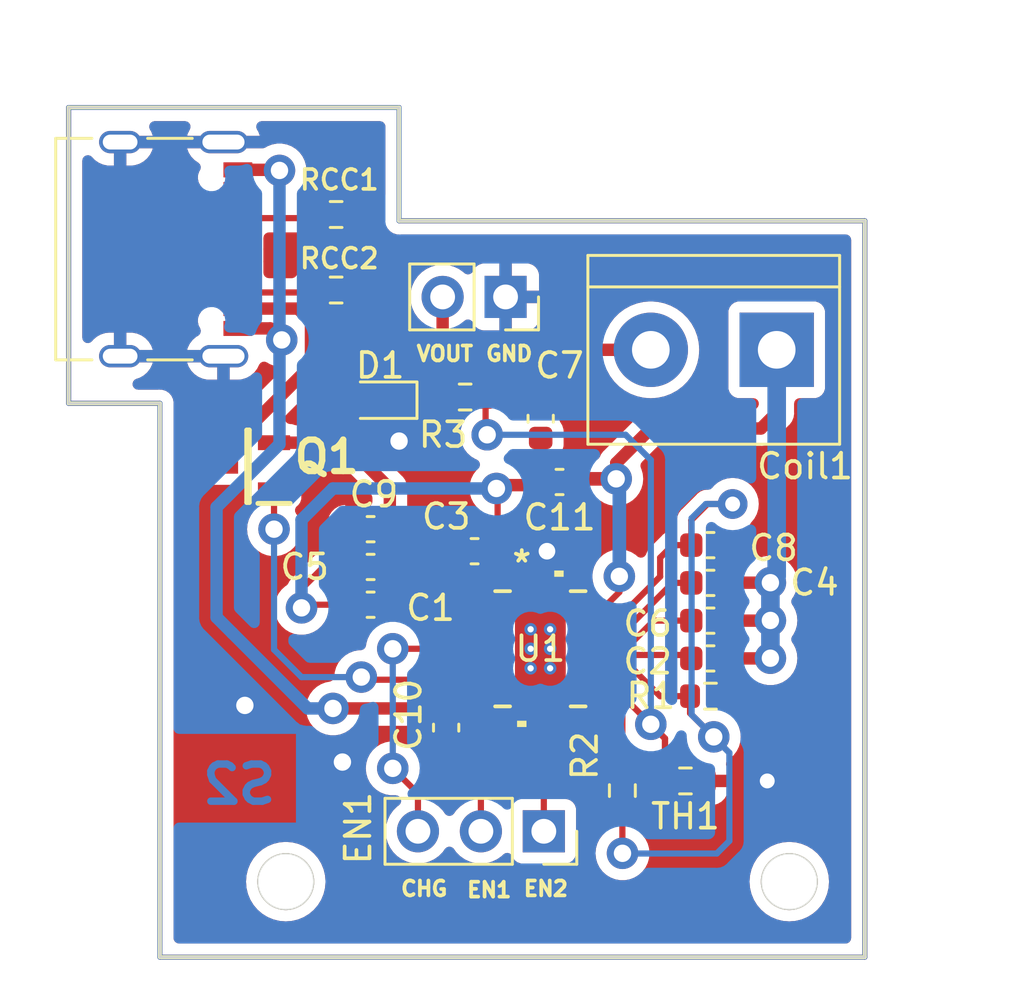
<source format=kicad_pcb>
(kicad_pcb (version 20221018) (generator pcbnew)
  (layers (0 "F.Cu" signal) (31 "B.Cu" signal) (34 "B.Paste" user) (35 "F.Paste" user) (36 "B.SilkS" user "B.Silkscreen") (37 "F.SilkS" user "F.Silkscreen") (38 "B.Mask" user) (39 "F.Mask" user) (44 "Edge.Cuts" user))
  (net 0 "")
  (net 1 "Net-(U1-COM1)")
  (net 2 "AC1")
  (net 3 "Net-(U1-COM2)")
  (net 4 "AC2")
  (net 5 "Net-(U1-BOOT1)")
  (net 6 "Net-(U1-BOOT2)")
  (net 7 "Net-(U1-CLMP1)")
  (net 8 "Net-(U1-CLMP2)")
  (net 9 "Net-(Coil1-Pin_2)")
  (net 10 "FOD")
  (net 11 "GND")
  (net 12 "OUT")
  (net 13 "Net-(Q1-D)")
  (net 14 "Net-(D1-K)")
  (net 15 "Net-(EN1-Pin_1)")
  (net 16 "Net-(EN1-Pin_2)")
  (net 17 "Net-(EN1-Pin_3)")
  (net 18 "Net-(J3-CC1)")
  (net 22 "Net-(J3-CC2)")
  (net 26 "Net-(Q1-G)")
  (net 27 "Net-(U1-ILIM)")
  (net 28 "Net-(U1-TS-CTRL)")
  (net 30 "Net-(U1-AD)")
  (footprint "Capacitor_SMD:C_0603_1608Metric" (layer "F.Cu") (at 157.602099 105.918 180)
    (fp_text reference "C5" (at 2.662099 0) (layer "F.SilkS"))
    (fp_text value "C")
    (fp_line (start -0.14058 -0.51) (end 0.14058 -0.51) (stroke (width 0.12)) (layer "F.SilkS"))
    (fp_line (start -0.14058 0.51) (end 0.14058 0.51) (stroke (width 0.12)) (layer "F.SilkS"))
    (pad "1" smd roundrect (at -0.775 0 180) (size 0.9 0.95) (layers "F.Cu" "F.Paste" "F.Mask") (net 7 "Net-(U1-CLMP1)"))
    (pad "2" smd roundrect (at 0.775 0 180) (size 0.9 0.95) (layers "F.Cu" "F.Paste" "F.Mask") (net 2 "AC1"))
  )
  (footprint "Resistor_SMD:R_0603_1608Metric" (layer "F.Cu") (at 161.417 99.06)
    (fp_text reference "R3" (at -0.889 1.524) (layer "F.SilkS"))
    (fp_text value "R")
    (fp_line (start -0.237258 -0.5225) (end 0.237258 -0.5225) (stroke (width 0.12)) (layer "F.SilkS"))
    (fp_line (start -0.237258 0.5225) (end 0.237258 0.5225) (stroke (width 0.12)) (layer "F.SilkS"))
    (pad "1" smd roundrect (at -0.825 0) (size 0.8 0.95) (layers "F.Cu" "F.Paste" "F.Mask") (net 14 "Net-(D1-K)"))
    (pad "2" smd roundrect (at 0.825 0) (size 0.8 0.95) (layers "F.Cu" "F.Paste" "F.Mask") (net 28 "Net-(U1-TS-CTRL)"))
  )
  (footprint "TESIS:SOT95P237X112-3N" (layer "F.Cu") (at 152.654 101.854 180)
    (fp_text reference "Q1" (at -3.175 0.381 180) (layer "F.SilkS") (effects (font (size 1.27 1.27) (thickness 0.254))))
    (fp_text value "SQ2361CES-T1_GE3" hide)
    (fp_line (start -1.7 -1.5) (end -0.4 -1.5) (stroke (width 0.2)) (layer "F.SilkS"))
    (fp_line (start -0.05 -1.46) (end 0.05 -1.46) (stroke (width 0.2)) (layer "F.SilkS"))
    (fp_line (start -0.05 1.46) (end -0.05 -1.46) (stroke (width 0.2)) (layer "F.SilkS"))
    (fp_line (start 0.05 -1.46) (end 0.05 1.46) (stroke (width 0.2)) (layer "F.SilkS"))
    (fp_line (start 0.05 1.46) (end -0.05 1.46) (stroke (width 0.2)) (layer "F.SilkS"))
    (pad "1" smd rect (at -1.05 -0.95 270) (size 0.6 1.3) (layers "F.Cu" "F.Paste" "F.Mask") (net 26 "Net-(Q1-G)"))
    (pad "2" smd rect (at -1.05 0.95 270) (size 0.6 1.3) (layers "F.Cu" "F.Paste" "F.Mask") (net 12 "OUT"))
    (pad "3" smd rect (at 1.05 0 270) (size 0.6 1.3) (layers "F.Cu" "F.Paste" "F.Mask") (net 13 "Net-(Q1-D)"))
  )
  (footprint "Resistor_SMD:R_0603_1608Metric" (layer "F.Cu") (at 156.21 94.742 180)
    (fp_text reference "RCC2" (at -0.127 1.27) (layer "F.SilkS") (effects (font (size 0.8 0.8))))
    (fp_text value "5.1k")
    (fp_line (start -0.237258 -0.5225) (end 0.237258 -0.5225) (stroke (width 0.12)) (layer "F.SilkS"))
    (fp_line (start -0.237258 0.5225) (end 0.237258 0.5225) (stroke (width 0.12)) (layer "F.SilkS"))
    (pad "1" smd roundrect (at -0.825 0 180) (size 0.8 0.95) (layers "F.Cu" "F.Paste" "F.Mask") (net 11 "GND"))
    (pad "2" smd roundrect (at 0.825 0 180) (size 0.8 0.95) (layers "F.Cu" "F.Paste" "F.Mask") (net 22 "Net-(J3-CC2)"))
  )
  (footprint "Capacitor_SMD:C_0603_1608Metric" (layer "F.Cu") (at 171.318099 108.085)
    (fp_text reference "C6" (at -2.535099 0.119) (layer "F.SilkS"))
    (fp_text value "C")
    (fp_line (start -0.14058 -0.51) (end 0.14058 -0.51) (stroke (width 0.12)) (layer "F.SilkS"))
    (fp_line (start -0.14058 0.51) (end 0.14058 0.51) (stroke (width 0.12)) (layer "F.SilkS"))
    (pad "1" smd roundrect (at -0.775 0) (size 0.9 0.95) (layers "F.Cu" "F.Paste" "F.Mask") (net 8 "Net-(U1-CLMP2)"))
    (pad "2" smd roundrect (at 0.775 0) (size 0.9 0.95) (layers "F.Cu" "F.Paste" "F.Mask") (net 4 "AC2"))
  )
  (footprint "Resistor_SMD:R_0603_1608Metric" (layer "F.Cu") (at 171.318099 111.133)
    (fp_text reference "R1" (at -2.408099 -0.008) (layer "F.SilkS"))
    (fp_text value "R")
    (fp_line (start -0.237258 -0.5225) (end 0.237258 -0.5225) (stroke (width 0.12)) (layer "F.SilkS"))
    (fp_line (start -0.237258 0.5225) (end 0.237258 0.5225) (stroke (width 0.12)) (layer "F.SilkS"))
    (pad "1" smd roundrect (at -0.825 0) (size 0.8 0.95) (layers "F.Cu" "F.Paste" "F.Mask") (net 10 "FOD"))
    (pad "2" smd roundrect (at 0.825 0) (size 0.8 0.95) (layers "F.Cu" "F.Paste" "F.Mask") (net 11 "GND"))
  )
  (footprint "Connector_PinSocket_2.54mm:PinSocket_1x02_P2.54mm_Vertical" (layer "F.Cu") (at 163.048 95.021 -90)
    (fp_text reference "Out" hide)
    (fp_text value "Conn_01x02_Socket")
    (fp_line (start -1.33 1.27) (end -1.33 3.87) (stroke (width 0.12)) (layer "F.SilkS"))
    (fp_line (start -1.33 1.27) (end 1.33 1.27) (stroke (width 0.12)) (layer "F.SilkS"))
    (fp_line (start -1.33 3.87) (end 1.33 3.87) (stroke (width 0.12)) (layer "F.SilkS"))
    (fp_line (start 0 -1.33) (end 1.33 -1.33) (stroke (width 0.12)) (layer "F.SilkS"))
    (fp_line (start 1.33 -1.33) (end 1.33 0) (stroke (width 0.12)) (layer "F.SilkS"))
    (fp_line (start 1.33 1.27) (end 1.33 3.87) (stroke (width 0.12)) (layer "F.SilkS"))
    (pad "1" thru_hole rect (at 0 0 270) (size 1.7 1.7) (drill 1) (layers "*.Cu" "*.Mask") (net 11 "GND"))
    (pad "2" thru_hole oval (at 0 2.54 270) (size 1.7 1.7) (drill 1) (layers "*.Cu" "*.Mask") (net 12 "OUT"))
  )
  (footprint "Resistor_SMD:R_0603_1608Metric" (layer "F.Cu") (at 170.307 114.554 180)
    (fp_text reference "TH1" (at 0 -1.43) (layer "F.SilkS"))
    (fp_text value "Thermistor_NTC")
    (fp_line (start -0.237258 -0.5225) (end 0.237258 -0.5225) (stroke (width 0.12)) (layer "F.SilkS"))
    (fp_line (start -0.237258 0.5225) (end 0.237258 0.5225) (stroke (width 0.12)) (layer "F.SilkS"))
    (pad "1" smd roundrect (at -0.825 0 180) (size 0.8 0.95) (layers "F.Cu" "F.Paste" "F.Mask") (net 11 "GND"))
    (pad "2" smd roundrect (at 0.825 0 180) (size 0.8 0.95) (layers "F.Cu" "F.Paste" "F.Mask") (net 28 "Net-(U1-TS-CTRL)"))
  )
  (footprint "LED_SMD:LED_0603_1608Metric" (layer "F.Cu") (at 157.988 99.187 180)
    (fp_text reference "D1" (at 0 1.397) (layer "F.SilkS"))
    (fp_text value "LED")
    (fp_line (start -1.485 -0.735) (end -1.485 0.735) (stroke (width 0.12)) (layer "F.SilkS"))
    (fp_line (start -1.485 0.735) (end 0.8 0.735) (stroke (width 0.12)) (layer "F.SilkS"))
    (fp_line (start 0.8 -0.735) (end -1.485 -0.735) (stroke (width 0.12)) (layer "F.SilkS"))
    (pad "1" smd roundrect (at -0.7875 0 180) (size 0.875 0.95) (layers "F.Cu" "F.Paste" "F.Mask") (net 14 "Net-(D1-K)"))
    (pad "2" smd roundrect (at 0.7875 0 180) (size 0.875 0.95) (layers "F.Cu" "F.Paste" "F.Mask") (net 12 "OUT"))
  )
  (footprint "Capacitor_SMD:C_0603_1608Metric" (layer "F.Cu") (at 157.602099 107.442 180)
    (fp_text reference "C1" (at -2.417901 -0.127) (layer "F.SilkS"))
    (fp_text value "C")
    (fp_line (start -0.14058 -0.51) (end 0.14058 -0.51) (stroke (width 0.12)) (layer "F.SilkS"))
    (fp_line (start -0.14058 0.51) (end 0.14058 0.51) (stroke (width 0.12)) (layer "F.SilkS"))
    (pad "1" smd roundrect (at -0.775 0 180) (size 0.9 0.95) (layers "F.Cu" "F.Paste" "F.Mask") (net 1 "Net-(U1-COM1)"))
    (pad "2" smd roundrect (at 0.775 0 180) (size 0.9 0.95) (layers "F.Cu" "F.Paste" "F.Mask") (net 2 "AC1"))
  )
  (footprint "Resistor_SMD:R_0603_1608Metric" (layer "F.Cu") (at 167.762099 114.943 90)
    (fp_text reference "R2" (at 1.405 -1.519099 90) (layer "F.SilkS"))
    (fp_text value "R")
    (fp_line (start -0.237258 -0.5225) (end 0.237258 -0.5225) (stroke (width 0.12)) (layer "F.SilkS"))
    (fp_line (start -0.237258 0.5225) (end 0.237258 0.5225) (stroke (width 0.12)) (layer "F.SilkS"))
    (pad "1" smd roundrect (at -0.825 0 90) (size 0.8 0.95) (layers "F.Cu" "F.Paste" "F.Mask") (net 10 "FOD"))
    (pad "2" smd roundrect (at 0.825 0 90) (size 0.8 0.95) (layers "F.Cu" "F.Paste" "F.Mask") (net 27 "Net-(U1-ILIM)"))
  )
  (footprint "Capacitor_SMD:C_0603_1608Metric" (layer "F.Cu") (at 171.318099 106.561)
    (fp_text reference "C4" (at 4.195901 -0.008) (layer "F.SilkS"))
    (fp_text value "C")
    (fp_line (start -0.14058 -0.51) (end 0.14058 -0.51) (stroke (width 0.12)) (layer "F.SilkS"))
    (fp_line (start -0.14058 0.51) (end 0.14058 0.51) (stroke (width 0.12)) (layer "F.SilkS"))
    (pad "1" smd roundrect (at -0.775 0) (size 0.9 0.95) (layers "F.Cu" "F.Paste" "F.Mask") (net 6 "Net-(U1-BOOT2)"))
    (pad "2" smd roundrect (at 0.775 0) (size 0.9 0.95) (layers "F.Cu" "F.Paste" "F.Mask") (net 4 "AC2"))
  )
  (footprint "Capacitor_SMD:C_0603_1608Metric" (layer "F.Cu") (at 165.227 102.489 180)
    (fp_text reference "C11" (at 0 -1.43) (layer "F.SilkS"))
    (fp_text value "C")
    (fp_line (start -0.14058 -0.51) (end 0.14058 -0.51) (stroke (width 0.12)) (layer "F.SilkS"))
    (fp_line (start -0.14058 0.51) (end 0.14058 0.51) (stroke (width 0.12)) (layer "F.SilkS"))
    (pad "1" smd roundrect (at -0.775 0 180) (size 0.9 0.95) (layers "F.Cu" "F.Paste" "F.Mask") (net 4 "AC2"))
    (pad "2" smd roundrect (at 0.775 0 180) (size 0.9 0.95) (layers "F.Cu" "F.Paste" "F.Mask") (net 2 "AC1"))
  )
  (footprint "Capacitor_SMD:C_0603_1608Metric" (layer "F.Cu") (at 171.318099 105.037)
    (fp_text reference "C8" (at 2.544901 0.119) (layer "F.SilkS"))
    (fp_text value "C")
    (fp_line (start -0.14058 -0.51) (end 0.14058 -0.51) (stroke (width 0.12)) (layer "F.SilkS"))
    (fp_line (start -0.14058 0.51) (end 0.14058 0.51) (stroke (width 0.12)) (layer "F.SilkS"))
    (pad "1" smd roundrect (at -0.775 0) (size 0.9 0.95) (layers "F.Cu" "F.Paste" "F.Mask") (net 10 "FOD"))
    (pad "2" smd roundrect (at 0.775 0) (size 0.9 0.95) (layers "F.Cu" "F.Paste" "F.Mask") (net 11 "GND"))
  )
  (footprint "Connector_USB:USB_C_Receptacle_Palconn_UTC16-G" (layer "F.Cu") (at 149.733 93.091 -90)
    (fp_text reference "J3" hide)
    (fp_text value "USB_C_Receptacle_USB2.0")
    (fp_line (start -4.47 -0.67) (end -4.47 1.13) (stroke (width 0.12)) (layer "F.SilkS"))
    (fp_line (start -4.47 4.84) (end -4.47 3.38) (stroke (width 0.12)) (layer "F.SilkS"))
    (fp_line (start 4.47 -0.67) (end 4.47 1.13) (stroke (width 0.12)) (layer "F.SilkS"))
    (fp_line (start 4.47 4.84) (end -4.47 4.84) (stroke (width 0.12)) (layer "F.SilkS"))
    (fp_line (start 4.47 4.84) (end 4.47 3.38) (stroke (width 0.12)) (layer "F.SilkS"))
    (pad "" np_thru_hole circle (at -2.89 -1.45 90) (size 0.6 0.6) (drill 0.6) (layers "*.Cu" "*.Mask"))
    (pad "" np_thru_hole circle (at 2.89 -1.45 90) (size 0.6 0.6) (drill 0.6) (layers "*.Cu" "*.Mask"))
    (pad "A1" smd rect (at -3.2 -2.51 270) (size 0.6 1.16) (layers "F.Cu" "F.Paste" "F.Mask") (net 30 "Net-(U1-AD)"))
    (pad "A4" smd rect (at -2.4 -2.51 270) (size 0.6 1.16) (layers "F.Cu" "F.Paste" "F.Mask") (net 13 "Net-(Q1-D)"))
    (pad "A5" smd rect (at -1.25 -2.51 90) (size 0.3 1.16) (layers "F.Cu" "F.Paste" "F.Mask") (net 18 "Net-(J3-CC1)"))
    (pad "A6" smd rect (at -0.25 -2.51 90) (size 0.3 1.16) (layers "F.Cu" "F.Paste" "F.Mask"))
    (pad "A7" smd rect (at 0.25 -2.51 90) (size 0.3 1.16) (layers "F.Cu" "F.Paste" "F.Mask"))
    (pad "A8" smd rect (at 1.25 -2.51 90) (size 0.3 1.16) (layers "F.Cu" "F.Paste" "F.Mask"))
    (pad "A9" smd rect (at 2.4 -2.51 270) (size 0.6 1.16) (layers "F.Cu" "F.Paste" "F.Mask") (net 13 "Net-(Q1-D)"))
    (pad "A12" smd rect (at 3.2 -2.51 270) (size 0.6 1.16) (layers "F.Cu" "F.Paste" "F.Mask") (net 30 "Net-(U1-AD)"))
    (pad "B1" smd rect (at 3.2 -2.51 270) (size 0.6 1.16) (layers "F.Cu" "F.Paste" "F.Mask") (net 30 "Net-(U1-AD)"))
    (pad "B4" smd rect (at 2.4 -2.51 270) (size 0.6 1.16) (layers "F.Cu" "F.Paste" "F.Mask") (net 13 "Net-(Q1-D)"))
    (pad "B5" smd rect (at 1.75 -2.51 90) (size 0.3 1.16) (layers "F.Cu" "F.Paste" "F.Mask") (net 22 "Net-(J3-CC2)"))
    (pad "B6" smd rect (at 0.75 -2.51 90) (size 0.3 1.16) (layers "F.Cu" "F.Paste" "F.Mask"))
    (pad "B7" smd rect (at -0.75 -2.51 90) (size 0.3 1.16) (layers "F.Cu" "F.Paste" "F.Mask"))
    (pad "B8" smd rect (at -1.75 -2.51 90) (size 0.3 1.16) (layers "F.Cu" "F.Paste" "F.Mask"))
    (pad "B9" smd rect (at -2.4 -2.51 270) (size 0.6 1.16) (layers "F.Cu" "F.Paste" "F.Mask") (net 13 "Net-(Q1-D)"))
    (pad "B12" smd rect (at -3.2 -2.51 270) (size 0.6 1.16) (layers "F.Cu" "F.Paste" "F.Mask") (net 30 "Net-(U1-AD)"))
    (pad "S1" thru_hole oval (at -4.32 -1.93) (size 2 0.9) (drill oval 1.7 0.6) (layers "*.Cu" "*.Mask") (net 11 "GND"))
    (pad "S1" thru_hole oval (at -4.32 2.24) (size 1.7 0.9) (drill oval 1.4 0.6) (layers "*.Cu" "*.Mask") (net 11 "GND"))
    (pad "S1" thru_hole oval (at 4.32 -1.93) (size 2 0.9) (drill oval 1.7 0.6) (layers "*.Cu" "*.Mask") (net 11 "GND"))
    (pad "S1" thru_hole oval (at 4.32 2.24) (size 1.7 0.9) (drill oval 1.4 0.6) (layers "*.Cu" "*.Mask") (net 11 "GND"))
  )
  (footprint "Capacitor_SMD:C_0603_1608Metric" (layer "F.Cu") (at 171.318099 109.609)
    (fp_text reference "C2" (at -2.535099 0.119) (layer "F.SilkS"))
    (fp_text value "C")
    (fp_line (start -0.14058 -0.51) (end 0.14058 -0.51) (stroke (width 0.12)) (layer "F.SilkS"))
    (fp_line (start -0.14058 0.51) (end 0.14058 0.51) (stroke (width 0.12)) (layer "F.SilkS"))
    (pad "1" smd roundrect (at -0.775 0) (size 0.9 0.95) (layers "F.Cu" "F.Paste" "F.Mask") (net 3 "Net-(U1-COM2)"))
    (pad "2" smd roundrect (at 0.775 0) (size 0.9 0.95) (layers "F.Cu" "F.Paste" "F.Mask") (net 4 "AC2"))
  )
  (footprint "Capacitor_SMD:C_0603_1608Metric" (layer "F.Cu") (at 160.650099 112.403 90)
    (fp_text reference "C10" (at 0.516 -1.519099 90) (layer "F.SilkS"))
    (fp_text value "C")
    (fp_line (start -0.14058 -0.51) (end 0.14058 -0.51) (stroke (width 0.12)) (layer "F.SilkS"))
    (fp_line (start -0.14058 0.51) (end 0.14058 0.51) (stroke (width 0.12)) (layer "F.SilkS"))
    (pad "1" smd roundrect (at -0.775 0 90) (size 0.9 0.95) (layers "F.Cu" "F.Paste" "F.Mask") (net 11 "GND"))
    (pad "2" smd roundrect (at 0.775 0 90) (size 0.9 0.95) (layers "F.Cu" "F.Paste" "F.Mask") (net 30 "Net-(U1-AD)"))
  )
  (footprint "MountingHole:MountingHole_2.2mm_M2" (layer "F.Cu") (at 174.498 118.618)
    (fp_text reference "REF**" hide)
    (fp_text value "MountingHole_2.2mm_M2")
    (pad "" np_thru_hole circle (at 0 0) (size 2.2 2.2) (drill 2.2) (layers "*.Cu" "*.Mask"))
  )
  (footprint "TESIS:BQ5101eBRHLR" (layer "F.Cu") (at 164.4523 109.22)
    (fp_text reference "U1" (at 0 0 unlocked) (layer "F.SilkS"))
    (fp_text value "BQ51013BRHLR")
    (fp_text user "*" (at -0.75 -3.437401) (layer "F.SilkS"))
    (fp_poly (pts (xy 0.375 -1.524999) (xy 0.375 -2.649999) (xy 0.16 -2.649999) (xy 0.16 -1.924999) (xy -0.16 -1.924999) (xy -0.16 -2.649999) (xy -0.375 -2.649999) (xy -0.375 -1.524999)) (fill solid) (layer "F.Cu"))
    (fp_poly (pts (xy 0.375 1.524999) (xy 0.375 2.649999) (xy 0.16 2.649999) (xy 0.16 1.924999) (xy -0.16 1.924999) (xy -0.16 2.649999) (xy -0.375 2.649999) (xy -0.375 1.524999)) (fill solid) (layer "F.Cu"))
    (fp_line (start -1.825 2.325001) (end -1.222741 2.325001) (stroke (width 0.1524)) (layer "F.SilkS"))
    (fp_line (start -1.222741 -2.325001) (end -1.825 -2.325001) (stroke (width 0.1524)) (layer "F.SilkS"))
    (fp_line (start 1.222741 2.325001) (end 1.825 2.325001) (stroke (width 0.1524)) (layer "F.SilkS"))
    (fp_line (start 1.825 -2.325001) (end 1.222741 -2.325001) (stroke (width 0.1524)) (layer "F.SilkS"))
    (fp_poly (pts (xy -0.940501 2.904) (xy -0.940501 3.158) (xy -0.559501 3.158) (xy -0.559501 2.904)) (fill solid) (layer "F.SilkS"))
    (fp_poly (pts (xy 0.559501 -2.904) (xy 0.559501 -3.158) (xy 0.940501 -3.158) (xy 0.940501 -2.904)) (fill solid) (layer "F.SilkS"))
    (pad "1" smd rect (at -0.750001 -2.224999) (size 0.28 0.85) (layers "F.Cu" "F.Mask") (net 11 "GND"))
    (pad "2" smd rect (at -1.725 -1.749999 90) (size 0.28 0.85) (layers "F.Cu" "F.Mask") (net 2 "AC1"))
    (pad "3" smd rect (at -1.725 -1.25 90) (size 0.28 0.85) (layers "F.Cu" "F.Mask") (net 5 "Net-(U1-BOOT1)"))
    (pad "4" smd rect (at -1.725 -0.750001 90) (size 0.28 0.85) (layers "F.Cu" "F.Mask") (net 12 "OUT"))
    (pad "5" smd rect (at -1.725 -0.25 90) (size 0.28 0.85) (layers "F.Cu" "F.Mask") (net 7 "Net-(U1-CLMP1)"))
    (pad "6" smd rect (at -1.725 0.25 90) (size 0.28 0.85) (layers "F.Cu" "F.Mask") (net 1 "Net-(U1-COM1)"))
    (pad "7" smd rect (at -1.725 0.750001 90) (size 0.28 0.85) (layers "F.Cu" "F.Mask") (net 17 "Net-(EN1-Pin_3)"))
    (pad "8" smd rect (at -1.725 1.25 90) (size 0.28 0.85) (layers "F.Cu" "F.Mask") (net 26 "Net-(Q1-G)"))
    (pad "9" smd rect (at -1.725 1.749999 90) (size 0.28 0.85) (layers "F.Cu" "F.Mask") (net 30 "Net-(U1-AD)"))
    (pad "10" smd rect (at -0.750001 2.224999) (size 0.28 0.85) (layers "F.Cu" "F.Mask") (net 16 "Net-(EN1-Pin_2)"))
    (pad "11" smd rect (at 0.750001 2.224999) (size 0.28 0.85) (layers "F.Cu" "F.Mask") (net 15 "Net-(EN1-Pin_1)"))
    (pad "12" smd rect (at 1.725 1.749999 90) (size 0.28 0.85) (layers "F.Cu" "F.Mask") (net 27 "Net-(U1-ILIM)"))
    (pad "13" smd rect (at 1.725 1.25 90) (size 0.28 0.85) (layers "F.Cu" "F.Mask") (net 28 "Net-(U1-TS-CTRL)"))
    (pad "14" smd rect (at 1.725 0.750001 90) (size 0.28 0.85) (layers "F.Cu" "F.Mask") (net 10 "FOD"))
    (pad "15" smd rect (at 1.725 0.25 90) (size 0.28 0.85) (layers "F.Cu" "F.Mask") (net 3 "Net-(U1-COM2)"))
    (pad "16" smd rect (at 1.725 -0.25 90) (size 0.28 0.85) (layers "F.Cu" "F.Mask") (net 8 "Net-(U1-CLMP2)"))
    (pad "17" smd rect (at 1.725 -0.750001 90) (size 0.28 0.85) (layers "F.Cu" "F.Mask") (net 6 "Net-(U1-BOOT2)"))
    (pad "18" smd rect (at 1.725 -1.25 90) (size 0.28 0.85) (layers "F.Cu" "F.Mask") (net 10 "FOD"))
    (pad "19" smd rect (at 1.725 -1.749999 90) (size 0.28 0.85) (layers "F.Cu" "F.Mask") (net 4 "AC2"))
    (pad "20" smd rect (at 0.750001 -2.224999) (size 0.28 0.85) (layers "F.Cu" "F.Mask") (net 11 "GND"))
    (pad "21" smd rect (at 0 0) (size 2.05 3.049999) (layers "F.Cu"))
    (pad "V" thru_hole circle (at -0.3937 -0.7874) (size 0.508 0.508) (drill 0.254) (layers "*.Cu" "*.Mask"))
    (pad "V" thru_hole circle (at -0.3937 0) (size 0.508 0.508) (drill 0.254) (layers "*.Cu" "*.Mask"))
    (pad "V" thru_hole circle (at -0.3937 0.7874) (size 0.508 0.508) (drill 0.254) (layers "*.Cu" "*.Mask"))
    (pad "V" thru_hole circle (at 0.3937 -0.7874) (size 0.508 0.508) (drill 0.254) (layers "*.Cu" "*.Mask"))
    (pad "V" thru_hole circle (at 0.3937 0) (size 0.508 0.508) (drill 0.254) (layers "*.Cu" "*.Mask"))
    (pad "V" thru_hole circle (at 0.3937 0.7874) (size 0.508 0.508) (drill 0.254) (layers "*.Cu" "*.Mask"))
  )
  (footprint "Connector_PinSocket_2.54mm:PinSocket_1x03_P2.54mm_Vertical" (layer "F.Cu") (at 164.592 116.586 -90)
    (fp_text reference "EN1" (at -0.127 7.493 90) (layer "F.SilkS"))
    (fp_text value "Conn_01x03")
    (fp_line (start -1.33 1.27) (end -1.33 6.41) (stroke (width 0.12)) (layer "F.SilkS"))
    (fp_line (start -1.33 1.27) (end 1.33 1.27) (stroke (width 0.12)) (layer "F.SilkS"))
    (fp_line (start -1.33 6.41) (end 1.33 6.41) (stroke (width 0.12)) (layer "F.SilkS"))
    (fp_line (start 0 -1.33) (end 1.33 -1.33) (stroke (width 0.12)) (layer "F.SilkS"))
    (fp_line (start 1.33 -1.33) (end 1.33 0) (stroke (width 0.12)) (layer "F.SilkS"))
    (fp_line (start 1.33 1.27) (end 1.33 6.41) (stroke (width 0.12)) (layer "F.SilkS"))
    (pad "1" thru_hole rect (at 0 0 270) (size 1.7 1.7) (drill 1) (layers "*.Cu" "*.Mask") (net 15 "Net-(EN1-Pin_1)"))
    (pad "2" thru_hole oval (at 0 2.54 270) (size 1.7 1.7) (drill 1) (layers "*.Cu" "*.Mask") (net 16 "Net-(EN1-Pin_2)"))
    (pad "3" thru_hole oval (at 0 5.08 270) (size 1.7 1.7) (drill 1) (layers "*.Cu" "*.Mask") (net 17 "Net-(EN1-Pin_3)"))
  )
  (footprint "Capacitor_SMD:C_0603_1608Metric" (layer "F.Cu") (at 164.465 99.936 -90)
    (fp_text reference "C7" (at -2.146 -0.762) (layer "F.SilkS"))
    (fp_text value "C")
    (fp_line (start -0.14058 -0.51) (end 0.14058 -0.51) (stroke (width 0.12)) (layer "F.SilkS"))
    (fp_line (start -0.14058 0.51) (end 0.14058 0.51) (stroke (width 0.12)) (layer "F.SilkS"))
    (pad "1" smd roundrect (at -0.775 0 270) (size 0.9 0.95) (layers "F.Cu" "F.Paste" "F.Mask") (net 9 "Net-(Coil1-Pin_2)"))
    (pad "2" smd roundrect (at 0.775 0 270) (size 0.9 0.95) (layers "F.Cu" "F.Paste" "F.Mask") (net 2 "AC1"))
  )
  (footprint "Capacitor_SMD:C_0603_1608Metric" (layer "F.Cu") (at 161.798 105.283)
    (fp_text reference "C3" (at -1.143 -1.397) (layer "F.SilkS"))
    (fp_text value "C")
    (fp_line (start -0.14058 -0.51) (end 0.14058 -0.51) (stroke (width 0.12)) (layer "F.SilkS"))
    (fp_line (start -0.14058 0.51) (end 0.14058 0.51) (stroke (width 0.12)) (layer "F.SilkS"))
    (pad "1" smd roundrect (at -0.775 0) (size 0.9 0.95) (layers "F.Cu" "F.Paste" "F.Mask") (net 5 "Net-(U1-BOOT1)"))
    (pad "2" smd roundrect (at 0.775 0) (size 0.9 0.95) (layers "F.Cu" "F.Paste" "F.Mask") (net 2 "AC1"))
  )
  (footprint "Resistor_SMD:R_0603_1608Metric" (layer "F.Cu") (at 156.21 91.694 180)
    (fp_text reference "RCC1" (at -0.127 1.397) (layer "F.SilkS") (effects (font (size 0.8 0.8))))
    (fp_text value "5.1k")
    (fp_line (start -0.237258 -0.5225) (end 0.237258 -0.5225) (stroke (width 0.12)) (layer "F.SilkS"))
    (fp_line (start -0.237258 0.5225) (end 0.237258 0.5225) (stroke (width 0.12)) (layer "F.SilkS"))
    (pad "1" smd roundrect (at -0.825 0 180) (size 0.8 0.95) (layers "F.Cu" "F.Paste" "F.Mask") (net 11 "GND"))
    (pad "2" smd roundrect (at 0.825 0 180) (size 0.8 0.95) (layers "F.Cu" "F.Paste" "F.Mask") (net 18 "Net-(J3-CC1)"))
  )
  (footprint "TerminalBlock:TerminalBlock_bornier-2_P5.08mm" (layer "F.Cu") (at 173.99 97.155 180)
    (fp_text reference "Coil1" (at -1.143 -4.699) (layer "F.SilkS"))
    (fp_text value "~")
    (fp_line (start -2.54 -3.81) (end -2.54 3.81) (stroke (width 0.12)) (layer "F.SilkS"))
    (fp_line (start -2.54 3.81) (end 7.62 3.81) (stroke (width 0.12)) (layer "F.SilkS"))
    (fp_line (start 7.62 -3.81) (end -2.54 -3.81) (stroke (width 0.12)) (layer "F.SilkS"))
    (fp_line (start 7.62 2.54) (end -2.54 2.54) (stroke (width 0.12)) (layer "F.SilkS"))
    (fp_line (start 7.62 3.81) (end 7.62 -3.81) (stroke (width 0.12)) (layer "F.SilkS"))
    (pad "1" thru_hole rect (at 0 0 180) (size 3 3) (drill 1.52) (layers "*.Cu" "*.Mask") (net 4 "AC2"))
    (pad "2" thru_hole circle (at 5.08 0 180) (size 3 3) (drill 1.52) (layers "*.Cu" "*.Mask") (net 9 "Net-(Coil1-Pin_2)"))
  )
  (footprint "MountingHole:MountingHole_2.2mm_M2" (layer "F.Cu") (at 154.178 118.618)
    (fp_text reference "REF**" hide)
    (fp_text value "MountingHole_2.2mm_M2")
    (pad "" np_thru_hole circle (at 0 0) (size 2.2 2.2) (drill 2.2) (layers "F&B.Cu" "*.Mask"))
  )
  (footprint "Capacitor_SMD:C_0603_1608Metric" (layer "F.Cu") (at 157.602099 104.394 180)
    (fp_text reference "C9" (at -0.131901 1.405) (layer "F.SilkS"))
    (fp_text value "C")
    (fp_line (start -0.14058 -0.51) (end 0.14058 -0.51) (stroke (width 0.12)) (layer "F.SilkS"))
    (fp_line (start -0.14058 0.51) (end 0.14058 0.51) (stroke (width 0.12)) (layer "F.SilkS"))
    (pad "1" smd roundrect (at -0.775 0 180) (size 0.9 0.95) (layers "F.Cu" "F.Paste" "F.Mask") (net 12 "OUT"))
    (pad "2" smd roundrect (at 0.775 0 180) (size 0.9 0.95) (layers "F.Cu" "F.Paste" "F.Mask") (net 11 "GND"))
  )
  (gr_line (start 158.75 91.948) (end 158.75 87.376) (stroke (width 0.2)) (layer "F.Cu"))
  (gr_circle (center 174.498 118.618) (end 175.598 118.618) (stroke (width 0.1)) (fill none) (layer "F.Cu"))
  (gr_line (start 177.546 91.948) (end 158.75 91.948) (stroke (width 0.2)) (layer "F.Cu"))
  (gr_circle (center 154.178 118.618) (end 155.278 118.618) (stroke (width 0.1)) (fill none) (layer "F.Cu"))
  (gr_line (start 145.415 99.314) (end 149.098 99.314) (stroke (width 0.2)) (layer "F.Cu"))
  (gr_line (start 149.098 121.666) (end 177.546 121.666) (stroke (width 0.2)) (layer "F.Cu"))
  (gr_line (start 158.75 87.376) (end 145.415 87.376) (stroke (width 0.2)) (layer "F.Cu"))
  (gr_line (start 177.546 121.666) (end 177.546 91.948) (stroke (width 0.2)) (layer "F.Cu"))
  (gr_line (start 145.415 87.376) (end 145.415 99.314) (stroke (width 0.2)) (layer "F.Cu"))
  (gr_line (start 149.098 99.314) (end 149.098 121.666) (stroke (width 0.2)) (layer "F.Cu"))
  (gr_line (start 158.75 87.376) (end 145.415 87.376) (stroke (width 0.2)) (layer "B.Cu"))
  (gr_line (start 177.546 91.948) (end 158.75 91.948) (stroke (width 0.2)) (layer "B.Cu"))
  (gr_line (start 145.415 99.314) (end 149.098 99.314) (stroke (width 0.2)) (layer "B.Cu"))
  (gr_circle (center 174.498 118.618) (end 175.598 118.618) (stroke (width 0.1)) (fill none) (layer "B.Cu"))
  (gr_line (start 158.75 91.948) (end 158.75 87.376) (stroke (width 0.2)) (layer "B.Cu"))
  (gr_line (start 149.098 99.314) (end 149.098 121.666) (stroke (width 0.2)) (layer "B.Cu"))
  (gr_line (start 145.415 87.376) (end 145.415 99.314) (stroke (width 0.2)) (layer "B.Cu"))
  (gr_line (start 149.098 121.666) (end 177.546 121.666) (stroke (width 0.2)) (layer "B.Cu"))
  (gr_line (start 177.546 121.666) (end 177.546 91.948) (stroke (width 0.2)) (layer "B.Cu"))
  (gr_circle (center 154.178 118.618) (end 155.278 118.618) (stroke (width 0.1)) (fill none) (layer "B.Cu"))
  (gr_circle (center 174.498 118.618) (end 175.598 118.618) (stroke (width 0.1)) (fill none) (layer "F.SilkS"))
  (gr_line (start 145.415 99.314) (end 149.098 99.314) (stroke (width 0.15)) (layer "F.SilkS"))
  (gr_line (start 158.75 87.376) (end 145.415 87.376) (stroke (width 0.15)) (layer "F.SilkS"))
  (gr_line (start 149.098 121.666) (end 177.546 121.666) (stroke (width 0.15)) (layer "F.SilkS"))
  (gr_line (start 158.75 91.948) (end 158.75 87.376) (stroke (width 0.15)) (layer "F.SilkS"))
  (gr_circle (center 154.178 118.618) (end 155.278 118.618) (stroke (width 0.1)) (fill none) (layer "F.SilkS"))
  (gr_line (start 145.415 87.376) (end 145.415 99.314) (stroke (width 0.15)) (layer "F.SilkS"))
  (gr_line (start 177.546 91.948) (end 158.75 91.948) (stroke (width 0.15)) (layer "F.SilkS"))
  (gr_line (start 177.546 121.666) (end 177.546 91.948) (stroke (width 0.15)) (layer "F.SilkS"))
  (gr_line (start 149.098 99.314) (end 149.098 121.666) (stroke (width 0.15)) (layer "F.SilkS"))
  (gr_line (start 145.415 99.314) (end 149.098 99.314) (stroke (width 0.1)) (layer "Edge.Cuts"))
  (gr_line (start 158.75 87.376) (end 145.415 87.376) (stroke (width 0.1)) (layer "Edge.Cuts"))
  (gr_line (start 177.546 91.948) (end 158.75 91.948) (stroke (width 0.1)) (layer "Edge.Cuts"))
  (gr_circle (center 174.498 118.618) (end 175.598 118.618) (stroke (width 0.1)) (fill none) (layer "Edge.Cuts"))
  (gr_circle (center 154.178 118.618) (end 155.278 118.618) (stroke (width 0.1)) (fill none) (layer "Edge.Cuts"))
  (gr_line (start 177.546 121.666) (end 177.546 91.948) (stroke (width 0.1)) (layer "Edge.Cuts"))
  (gr_line (start 158.75 91.948) (end 158.75 87.376) (stroke (width 0.1)) (layer "Edge.Cuts"))
  (gr_line (start 149.098 121.666) (end 177.546 121.666) (stroke (width 0.1)) (layer "Edge.Cuts"))
  (gr_line (start 145.415 87.376) (end 145.415 99.314) (stroke (width 0.1)) (layer "Edge.Cuts"))
  (gr_line (start 149.098 99.314) (end 149.098 121.666) (stroke (width 0.1)) (layer "Edge.Cuts"))
  (gr_text "S2" (at 153.924 115.57) (layer "B.Cu") (effects (font (size 1.5 1.5) (thickness 0.3) bold) (justify left bottom mirror)))
  (gr_text "EN2\n" (at 163.703 119.253) (layer "F.SilkS") (effects (font (size 0.6 0.6)) (justify left bottom)))
  (gr_text "GND" (at 162.179 97.663) (layer "F.SilkS") (effects (font (size 0.6 0.6)) (justify left bottom)))
  (gr_text "VOUT" (at 159.385 97.663) (layer "F.SilkS") (effects (font (size 0.6 0.6)) (justify left bottom)))
  (gr_text "EN1\n\n" (at 161.417 120.269) (layer "F.SilkS") (effects (font (size 0.6 0.6)) (justify left bottom)))
  (gr_text "CHG" (at 158.75 119.253) (layer "F.SilkS") (effects (font (size 0.6 0.6)) (justify left bottom)))
  (segment (start 161.270307 109.47) (end 159.242307 107.442) (width 0.25) (layer "F.Cu") (net 1))
  (segment (start 159.242307 107.442) (end 158.377099 107.442) (width 0.25) (layer "F.Cu") (net 1))
  (segment (start 162.7273 109.47) (end 161.270307 109.47) (width 0.25) (layer "F.Cu") (net 1))
  (segment (start 155.702 105.918) (end 156.827099 105.918) (width 0.25) (layer "F.Cu") (net 2))
  (segment (start 162.679 102.751) (end 162.814 102.616) (width 0.25) (layer "F.Cu") (net 2))
  (segment (start 164.452 102.489) (end 164.452 100.724) (width 0.5) (layer "F.Cu") (net 2))
  (segment (start 154.94 107.442) (end 156.827099 107.442) (width 0.25) (layer "F.Cu") (net 2))
  (segment (start 154.813 107.569) (end 154.813 106.807) (width 0.25) (layer "F.Cu") (net 2))
  (segment (start 164.452 100.724) (end 164.465 100.711) (width 0.25) (layer "F.Cu") (net 2))
  (segment (start 154.813 106.807) (end 155.702 105.918) (width 0.25) (layer "F.Cu") (net 2))
  (segment (start 162.7273 102.7993) (end 162.7273 107.470001) (width 0.25) (layer "F.Cu") (net 2))
  (segment (start 164.325 102.616) (end 164.452 102.489) (width 0.25) (layer "F.Cu") (net 2))
  (segment (start 162.687 107.429701) (end 162.7273 107.470001) (width 0.25) (layer "F.Cu") (net 2))
  (segment (start 162.814 102.616) (end 164.325 102.616) (width 0.5) (layer "F.Cu") (net 2))
  (segment (start 162.679 102.751) (end 162.7273 102.7993) (width 0.25) (layer "F.Cu") (net 2))
  (segment (start 154.813 107.569) (end 154.94 107.442) (width 0.25) (layer "F.Cu") (net 2))
  (via (at 154.813 107.569) (size 1.27) (drill 0.7) (layers "F.Cu" "B.Cu") (net 2))
  (via (at 162.679 102.751) (size 1.27) (drill 0.7) (layers "F.Cu" "B.Cu") (net 2))
  (segment (start 154.813 107.569) (end 154.813 104.016099) (width 0.5) (layer "B.Cu") (net 2))
  (segment (start 156.078099 102.751) (end 162.679 102.751) (width 0.5) (layer "B.Cu") (net 2))
  (segment (start 154.813 104.016099) (end 156.078099 102.751) (width 0.5) (layer "B.Cu") (net 2))
  (segment (start 170.543099 109.609) (end 170.404099 109.47) (width 0.25) (layer "F.Cu") (net 3))
  (segment (start 170.404099 109.47) (end 166.1773 109.47) (width 0.25) (layer "F.Cu") (net 3))
  (segment (start 173.728 108.085) (end 172.093099 108.085) (width 0.5) (layer "F.Cu") (net 4))
  (segment (start 173.736 109.601) (end 173.728 109.609) (width 0.25) (layer "F.Cu") (net 4))
  (segment (start 173.99 99.695) (end 173.99 97.155) (width 0.5) (layer "F.Cu") (net 4))
  (segment (start 173.728 109.609) (end 172.093099 109.609) (width 0.5) (layer "F.Cu") (net 4))
  (segment (start 173.736 108.077) (end 173.728 108.085) (width 0.25) (layer "F.Cu") (net 4))
  (segment (start 166.129 102.362) (end 166.002 102.489) (width 0.25) (layer "F.Cu") (net 4))
  (segment (start 168.91 100.33) (end 173.355 100.33) (width 0.5) (layer "F.Cu") (net 4))
  (segment (start 167.64 106.934) (end 167.103999 107.470001) (width 0.25) (layer "F.Cu") (net 4))
  (segment (start 172.101099 106.553) (end 172.093099 106.561) (width 0.25) (layer "F.Cu") (net 4))
  (segment (start 167.513 102.362) (end 167.513 101.727) (width 0.5) (layer "F.Cu") (net 4))
  (segment (start 167.64 106.299) (end 167.64 106.934) (width 0.25) (layer "F.Cu") (net 4))
  (segment (start 172.093099 106.561) (end 172.093099 108.085) (width 0.25) (layer "F.Cu") (net 4))
  (segment (start 173.736 106.553) (end 172.101099 106.553) (width 0.5) (layer "F.Cu") (net 4))
  (segment (start 167.513 102.362) (end 166.129 102.362) (width 0.55) (layer "F.Cu") (net 4))
  (segment (start 167.103999 107.470001) (end 166.1773 107.470001) (width 0.25) (layer "F.Cu") (net 4))
  (segment (start 172.093099 109.609) (end 172.093099 108.085) (width 0.25) (layer "F.Cu") (net 4))
  (segment (start 173.355 100.33) (end 173.99 99.695) (width 0.5) (layer "F.Cu") (net 4))
  (segment (start 167.513 101.727) (end 168.91 100.33) (width 0.5) (layer "F.Cu") (net 4))
  (via (at 167.64 106.299) (size 1.27) (drill 0.7) (layers "F.Cu" "B.Cu") (net 4))
  (via (at 173.736 108.077) (size 1.27) (drill 0.7) (layers "F.Cu" "B.Cu") (net 4))
  (via (at 167.513 102.362) (size 1.27) (drill 0.7) (layers "F.Cu" "B.Cu") (net 4))
  (via (at 173.736 106.553) (size 1.27) (drill 0.7) (layers "F.Cu" "B.Cu") (net 4))
  (via (at 173.736 109.601) (size 1.27) (drill 0.7) (layers "F.Cu" "B.Cu") (net 4))
  (segment (start 173.736 107.696) (end 173.736 108.077) (width 0.25) (layer "B.Cu") (net 4))
  (segment (start 167.513 102.362) (end 167.64 102.489) (width 0.25) (layer "B.Cu") (net 4))
  (segment (start 167.64 106.553) (end 167.64 106.299) (width 0.25) (layer "B.Cu") (net 4))
  (segment (start 167.64 102.489) (end 167.64 106.553) (width 0.55) (layer "B.Cu") (net 4))
  (segment (start 173.99 97.155) (end 173.99 106.299) (width 0.75) (layer "B.Cu") (net 4))
  (segment (start 173.736 106.553) (end 173.736 108.077) (width 0.75) (layer "B.Cu") (net 4))
  (segment (start 173.736 109.601) (end 173.736 107.696) (width 0.75) (layer "B.Cu") (net 4))
  (segment (start 173.99 106.299) (end 173.736 106.553) (width 0.5) (layer "B.Cu") (net 4))
  (segment (start 162.7273 107.97) (end 162.012299 107.97) (width 0.25) (layer "F.Cu") (net 5))
  (segment (start 161.023 105.283) (end 161.023 106.980701) (width 0.25) (layer "F.Cu") (net 5))
  (segment (start 162.012299 107.97) (end 161.023 106.980701) (width 0.25) (layer "F.Cu") (net 5))
  (segment (start 166.1773 108.469999) (end 167.8851 108.469999) (width 0.25) (layer "F.Cu") (net 6))
  (segment (start 167.8851 108.469999) (end 169.794099 106.561) (width 0.25) (layer "F.Cu") (net 6))
  (segment (start 169.794099 106.561) (end 170.543099 106.561) (width 0.25) (layer "F.Cu") (net 6))
  (segment (start 159.258 105.918) (end 159.57 106.23) (width 0.25) (layer "F.Cu") (net 7))
  (segment (start 159.57 106.23) (end 159.57 107.133297) (width 0.25) (layer "F.Cu") (net 7))
  (segment (start 159.57 107.133297) (end 161.406703 108.97) (width 0.25) (layer "F.Cu") (net 7))
  (segment (start 161.406703 108.97) (end 162.7273 108.97) (width 0.25) (layer "F.Cu") (net 7))
  (segment (start 158.377099 105.918) (end 159.258 105.918) (width 0.25) (layer "F.Cu") (net 7))
  (segment (start 168.147099 108.97) (end 166.1773 108.97) (width 0.25) (layer "F.Cu") (net 8))
  (segment (start 170.543099 108.085) (end 169.032099 108.085) (width 0.25) (layer "F.Cu") (net 8))
  (segment (start 169.032099 108.085) (end 168.147099 108.97) (width 0.25) (layer "F.Cu") (net 8))
  (segment (start 164.465 98.298) (end 165.608 97.155) (width 0.5) (layer "F.Cu") (net 9))
  (segment (start 165.608 97.155) (end 168.91 97.155) (width 0.5) (layer "F.Cu") (net 9))
  (segment (start 164.465 99.161) (end 164.465 98.298) (width 0.5) (layer "F.Cu") (net 9))
  (segment (start 168.1231 109.970001) (end 169.286099 111.133) (width 0.25) (layer "F.Cu") (net 10))
  (segment (start 170.493099 111.819099) (end 170.493099 111.133) (width 0.25) (layer "F.Cu") (net 10))
  (segment (start 170.543099 104.030901) (end 170.543099 105.037) (width 0.25) (layer "F.Cu") (net 10))
  (segment (start 167.762099 117.470099) (end 167.767 117.475) (width 0.25) (layer "F.Cu") (net 10))
  (segment (start 167.623099 107.97) (end 169.286099 106.307) (width 0.25) (layer "F.Cu") (net 10))
  (segment (start 172.212 103.378) (end 171.196 103.378) (width 0.25) (layer "F.Cu") (net 10))
  (segment (start 169.794099 105.037) (end 170.543099 105.037) (width 0.25) (layer "F.Cu") (net 10))
  (segment (start 169.286099 106.307) (end 169.286099 105.545) (width 0.25) (layer "F.Cu") (net 10))
  (segment (start 166.1773 107.97) (end 167.623099 107.97) (width 0.25) (layer "F.Cu") (net 10))
  (segment (start 166.1773 109.970001) (end 168.1231 109.970001) (width 0.25) (layer "F.Cu") (net 10))
  (segment (start 171.196 103.378) (end 170.543099 104.030901) (width 0.25) (layer "F.Cu") (net 10))
  (segment (start 171.45 112.776) (end 170.493099 111.819099) (width 0.25) (layer "F.Cu") (net 10))
  (segment (start 169.286099 105.545) (end 169.794099 105.037) (width 0.25) (layer "F.Cu") (net 10))
  (segment (start 169.286099 111.133) (end 170.493099 111.133) (width 0.25) (layer "F.Cu") (net 10))
  (segment (start 167.762099 115.768) (end 167.762099 117.470099) (width 0.25) (layer "F.Cu") (net 10))
  (via (at 172.212 103.378) (size 1.2) (drill 0.6) (layers "F.Cu" "B.Cu") (net 10))
  (via (at 167.767 117.475) (size 1.27) (drill 0.7) (layers "F.Cu" "B.Cu") (net 10))
  (via (at 171.45 112.776) (size 1.27) (drill 0.7) (layers "F.Cu" "B.Cu") (net 10))
  (segment (start 172.080099 113.419) (end 171.45 112.788901) (width 0.25) (layer "B.Cu") (net 10))
  (segment (start 171.45 112.776) (end 170.556099 111.882099) (width 0.25) (layer "B.Cu") (net 10))
  (segment (start 167.775 117.483) (end 171.572099 117.483) (width 0.25) (layer "B.Cu") (net 10))
  (segment (start 170.556099 103.954401) (end 171.1325 103.378) (width 0.25) (layer "B.Cu") (net 10))
  (segment (start 171.1325 103.378) (end 172.212 103.378) (width 0.25) (layer "B.Cu") (net 10))
  (segment (start 167.767 117.475) (end 167.775 117.483) (width 0.25) (layer "B.Cu") (net 10))
  (segment (start 171.572099 117.483) (end 172.080099 116.975) (width 0.25) (layer "B.Cu") (net 10))
  (segment (start 172.080099 116.975) (end 172.080099 113.419) (width 0.25) (layer "B.Cu") (net 10))
  (segment (start 170.556099 111.882099) (end 170.556099 103.954401) (width 0.25) (layer "B.Cu") (net 10))
  (segment (start 171.45 112.788901) (end 171.45 112.776) (width 0.25) (layer "B.Cu") (net 10))
  (segment (start 164.719 105.283) (end 165.202301 105.766301) (width 0.25) (layer "F.Cu") (net 11))
  (segment (start 164.719 105.3033) (end 163.702299 106.320001) (width 0.25) (layer "F.Cu") (net 11))
  (segment (start 163.702299 106.320001) (end 163.702299 106.995001) (width 0.25) (layer "F.Cu") (net 11))
  (segment (start 165.202301 105.766301) (end 165.202301 106.995001) (width 0.25) (layer "F.Cu") (net 11))
  (segment (start 164.719 105.283) (end 164.719 105.3033) (width 0.25) (layer "F.Cu") (net 11))
  (via (at 173.609 114.554) (size 1.2) (drill 0.6) (layers "F.Cu" "B.Cu") (net 11))
  (via (at 158.75 100.838) (size 1.27) (drill 0.7) (layers "F.Cu" "B.Cu") (net 11))
  (via (at 156.464 113.792) (size 1.27) (drill 0.7) (layers "F.Cu" "B.Cu") (net 11))
  (via (at 164.719 105.283) (size 1.27) (drill 0.67) (layers "F.Cu" "B.Cu") (net 11))
  (via (at 152.527 111.506) (size 1.27) (drill 0.7) (layers "F.Cu" "B.Cu") (net 11))
  (segment (start 158.242 97.282) (end 160.02 97.282) (width 0.5) (layer "F.Cu") (net 12))
  (segment (start 158.377099 104.394) (end 159.258 104.394) (width 0.25) (layer "F.Cu") (net 12))
  (segment (start 153.704 100.904) (end 154.112 100.904) (width 0.25) (layer "F.Cu") (net 12))
  (segment (start 157.2005 101.5745) (end 158.377099 102.751099) (width 0.5) (layer "F.Cu") (net 12))
  (segment (start 159.258 104.394) (end 160.02 105.156) (width 0.25) (layer "F.Cu") (net 12))
  (segment (start 157.2005 98.3235) (end 158.242 97.282) (width 0.5) (layer "F.Cu") (net 12))
  (segment (start 160.508 95.021) (end 160.254 94.767) (width 0.25) (layer "F.Cu") (net 12))
  (segment (start 160.02 97.282) (end 160.508 96.794) (width 0.5) (layer "F.Cu") (net 12))
  (segment (start 157.2005 99.187) (end 157.2005 101.5745) (width 0.5) (layer "F.Cu") (net 12))
  (segment (start 155.128 100.904) (end 156.845 99.187) (width 0.5) (layer "F.Cu") (net 12))
  (segment (start 161.543098 108.469999) (end 162.7273 108.469999) (width 0.25) (layer "F.Cu") (net 12))
  (segment (start 156.845 99.187) (end 157.2005 99.187) (width 0.5) (layer "F.Cu") (net 12))
  (segment (start 160.508 96.794) (end 160.508 95.021) (width 0.5) (layer "F.Cu") (net 12))
  (segment (start 160.02 105.156) (end 160.02 106.946901) (width 0.25) (layer "F.Cu") (net 12))
  (segment (start 157.2005 99.187) (end 157.2005 98.3235) (width 0.5) (layer "F.Cu") (net 12))
  (segment (start 153.704 100.904) (end 155.128 100.904) (width 0.5) (layer "F.Cu") (net 12))
  (segment (start 160.02 106.946901) (end 161.543098 108.469999) (width 0.25) (layer "F.Cu") (net 12))
  (segment (start 158.377099 102.751099) (end 158.377099 104.394) (width 0.5) (layer "F.Cu") (net 12))
  (segment (start 151.638 101.82) (end 151.638 101.346) (width 0.5) (layer "F.Cu") (net 13))
  (segment (start 154.673 95.491) (end 152.243 95.491) (width 0.5) (layer "F.Cu") (net 13))
  (segment (start 151.647594 95.491) (end 152.243 95.491) (width 0.25) (layer "F.Cu") (net 13))
  (segment (start 150.898594 94.742) (end 151.647594 95.491) (width 0.25) (layer "F.Cu") (net 13))
  (segment (start 151.647594 90.691) (end 152.243 90.691) (width 0.25) (layer "F.Cu") (net 13))
  (segment (start 151.647594 90.691) (end 150.876 91.462594) (width 0.25) (layer "F.Cu") (net 13))
  (segment (start 151.638 101.82) (end 151.604 101.854) (width 0.25) (layer "F.Cu") (net 13))
  (segment (start 155.194 97.79) (end 155.194 96.012) (width 0.5) (layer "F.Cu") (net 13))
  (segment (start 151.638 101.346) (end 155.194 97.79) (width 0.5) (layer "F.Cu") (net 13))
  (segment (start 150.876 91.462594) (end 150.876 94.742) (width 0.25) (layer "F.Cu") (net 13))
  (segment (start 150.876 94.742) (end 150.898594 94.742) (width 0.25) (layer "F.Cu") (net 13))
  (segment (start 155.194 96.012) (end 154.673 95.491) (width 0.5) (layer "F.Cu") (net 13))
  (segment (start 160.592 99.06) (end 158.9025 99.06) (width 0.25) (layer "F.Cu") (net 14))
  (segment (start 158.9025 99.06) (end 158.7755 99.187) (width 0.25) (layer "F.Cu") (net 14))
  (segment (start 165.202301 111.444999) (end 165.202301 114.197699) (width 0.25) (layer "F.Cu") (net 15))
  (segment (start 164.592 114.808) (end 164.592 116.586) (width 0.25) (layer "F.Cu") (net 15))
  (segment (start 165.202301 114.197699) (end 164.592 114.808) (width 0.25) (layer "F.Cu") (net 15))
  (segment (start 162.052 114.554) (end 162.052 116.586) (width 0.25) (layer "F.Cu") (net 16))
  (segment (start 163.702299 111.444999) (end 163.702299 112.903701) (width 0.25) (layer "F.Cu") (net 16))
  (segment (start 163.702299 112.903701) (end 162.052 114.554) (width 0.25) (layer "F.Cu") (net 16))
  (segment (start 158.496 114.046) (end 159.512 115.062) (width 0.25) (layer "F.Cu") (net 17))
  (segment (start 159.766 109.22) (end 160.516001 109.970001) (width 0.25) (layer "F.Cu") (net 17))
  (segment (start 160.516001 109.970001) (end 162.7273 109.970001) (width 0.25) (layer "F.Cu") (net 17))
  (segment (start 159.512 115.062) (end 159.512 116.586) (width 0.25) (layer "F.Cu") (net 17))
  (segment (start 158.496 109.22) (end 159.766 109.22) (width 0.25) (layer "F.Cu") (net 17))
  (via (at 158.496 109.22) (size 1.27) (drill 0.7) (layers "F.Cu" "B.Cu") (net 17))
  (via (at 158.496 114.046) (size 1.27) (drill 0.7) (layers "F.Cu" "B.Cu") (net 17))
  (segment (start 158.496 109.22) (end 158.496 114.046) (width 0.25) (layer "B.Cu") (net 17))
  (segment (start 152.243 91.841) (end 155.238 91.841) (width 0.25) (layer "F.Cu") (net 18))
  (segment (start 155.238 91.841) (end 155.385 91.694) (width 0.25) (layer "F.Cu") (net 18))
  (segment (start 155.286 94.841) (end 155.385 94.742) (width 0.25) (layer "F.Cu") (net 22))
  (segment (start 152.243 94.841) (end 155.286 94.841) (width 0.25) (layer "F.Cu") (net 22))
  (segment (start 157.119 110.47) (end 157.226 110.363) (width 0.25) (layer "F.Cu") (net 26))
  (segment (start 157.226 110.363) (end 157.333 110.47) (width 0.25) (layer "F.Cu") (net 26))
  (segment (start 153.704 104.394) (end 153.704 102.804) (width 0.25) (layer "F.Cu") (net 26))
  (segment (start 157.333 110.47) (end 162.7273 110.47) (width 0.25) (layer "F.Cu") (net 26))
  (via (at 157.226 110.363) (size 1.27) (drill 0.7) (layers "F.Cu" "B.Cu") (net 26))
  (via (at 153.704 104.394) (size 1.27) (drill 0.7) (layers "F.Cu" "B.Cu") (net 26))
  (segment (start 153.704 109.254) (end 154.813 110.363) (width 0.25) (layer "B.Cu") (net 26))
  (segment (start 153.704 104.394) (end 153.704 109.254) (width 0.25) (layer "B.Cu") (net 26))
  (segment (start 154.813 110.363) (end 157.226 110.363) (width 0.25) (layer "B.Cu") (net 26))
  (segment (start 167.762099 111.895) (end 167.762099 114.118) (width 0.25) (layer "F.Cu") (net 27))
  (segment (start 166.182099 110.935) (end 166.802099 110.935) (width 0.25) (layer "F.Cu") (net 27))
  (segment (start 166.1773 110.969999) (end 166.1773 110.939799) (width 0.25) (layer "F.Cu") (net 27))
  (segment (start 166.802099 110.935) (end 167.762099 111.895) (width 0.25) (layer "F.Cu") (net 27))
  (segment (start 166.1773 110.939799) (end 166.182099 110.935) (width 0.25) (layer "F.Cu") (net 27))
  (segment (start 169.482 112.84) (end 169.482 113.919) (width 0.25) (layer "F.Cu") (net 28))
  (segment (start 169.482 112.84) (end 169.482 114.554) (width 0.25) (layer "F.Cu") (net 28))
  (segment (start 168.91 112.268) (end 169.482 112.84) (width 0.25) (layer "F.Cu") (net 28))
  (segment (start 162.306 100.584) (end 162.242 100.52) (width 0.25) (layer "F.Cu") (net 28))
  (segment (start 166.1773 110.47) (end 167.112 110.47) (width 0.25) (layer "F.Cu") (net 28))
  (segment (start 162.242 100.52) (end 162.242 99.06) (width 0.25) (layer "F.Cu") (net 28))
  (segment (start 167.112 110.47) (end 169.482 112.84) (width 0.25) (layer "F.Cu") (net 28))
  (via (at 168.91 112.268) (size 1.27) (drill 0.7) (layers "F.Cu" "B.Cu") (net 28))
  (via (at 162.306 100.584) (size 1.27) (drill 0.7) (layers "F.Cu" "B.Cu") (net 28))
  (segment (start 167.894 100.584) (end 168.91 101.6) (width 0.25) (layer "B.Cu") (net 28))
  (segment (start 162.306 100.584) (end 167.894 100.584) (width 0.25) (layer "B.Cu") (net 28))
  (segment (start 168.91 101.6) (end 168.91 112.268) (width 0.25) (layer "B.Cu") (net 28))
  (segment (start 152.243 89.891) (end 153.899 89.891) (width 0.5) (layer "F.Cu") (net 30))
  (segment (start 153.551221 96.291) (end 152.243 96.291) (width 0.5) (layer "F.Cu") (net 30))
  (segment (start 161.410549 111.628) (end 160.650099 111.628) (width 0.25) (layer "F.Cu") (net 30))
  (segment (start 162.7273 110.969999) (end 162.06855 110.969999) (width 0.25) (layer "F.Cu") (net 30))
  (segment (start 153.899 89.891) (end 153.924 89.916) (width 0.25) (layer "F.Cu") (net 30))
  (segment (start 156.083 111.628) (end 160.650099 111.628) (width 0.5) (layer "F.Cu") (net 30))
  (segment (start 162.06855 110.969999) (end 161.410549 111.628) (width 0.25) (layer "F.Cu") (net 30))
  (segment (start 153.551221 96.291) (end 154.0155 96.755279) (width 0.5) (layer "F.Cu") (net 30))
  (via (at 156.083 111.628) (size 1.27) (drill 0.7) (layers "F.Cu" "B.Cu") (net 30))
  (via (at 154.0155 96.755279) (size 1.27) (drill 0.7) (layers "F.Cu" "B.Cu") (net 30))
  (via (at 153.924 89.916) (size 1.27) (drill 0.7) (layers "F.Cu" "B.Cu") (net 30))
  (segment (start 153.924 96.663779) (end 153.924 89.916) (width 0.5) (layer "B.Cu") (net 30))
  (segment (start 155.062 111.628) (end 156.083 111.628) (width 0.5) (layer "B.Cu") (net 30))
  (segment (start 151.384 107.95) (end 152.019 108.585) (width 0.5) (layer "B.Cu") (net 30))
  (segment (start 154.0155 96.755279) (end 153.924 96.846779) (width 0.25) (layer "B.Cu") (net 30))
  (segment (start 151.384 103.505) (end 151.384 107.95) (width 0.5) (layer "B.Cu") (net 30))
  (segment (start 153.924 96.846779) (end 153.924 100.965) (width 0.5) (layer "B.Cu") (net 30))
  (segment (start 153.924 100.965) (end 151.384 103.505) (width 0.5) (layer "B.Cu") (net 30))
  (segment (start 154.0155 96.755279) (end 153.924 96.663779) (width 0.25) (layer "B.Cu") (net 30))
  (segment (start 152.019 108.585) (end 155.062 111.628) (width 0.5) (layer "B.Cu") (net 30))
  (zone (net 11) (net_name "GND") (layer "F.Cu") (connect_pads (clearance 0.45)) (min_thickness 0.45) (fill yes (thermal_gap 0.5) (thermal_bridge_width 0.5))
    (polygon (pts (xy 177.546 91.948) (xy 177.546 121.666) (xy 149.098 121.666) (xy 149.098 99.314) (xy 145.415 99.314) (xy 145.415 87.376) (xy 158.75 87.376) (xy 158.75 91.948)))
  )
  (zone (net 11) (net_name "GND") (layer "B.Cu") (priority 1) (connect_pads (clearance 0.45)) (min_thickness 0.45) (fill yes (thermal_gap 0.5) (thermal_bridge_width 0.5))
    (polygon (pts (xy 177.546 91.948) (xy 177.546 121.666) (xy 149.098 121.666) (xy 149.098 99.314) (xy 145.415 99.314) (xy 145.415 87.376) (xy 158.75 87.376) (xy 158.75 91.948)))
  )
)
</source>
